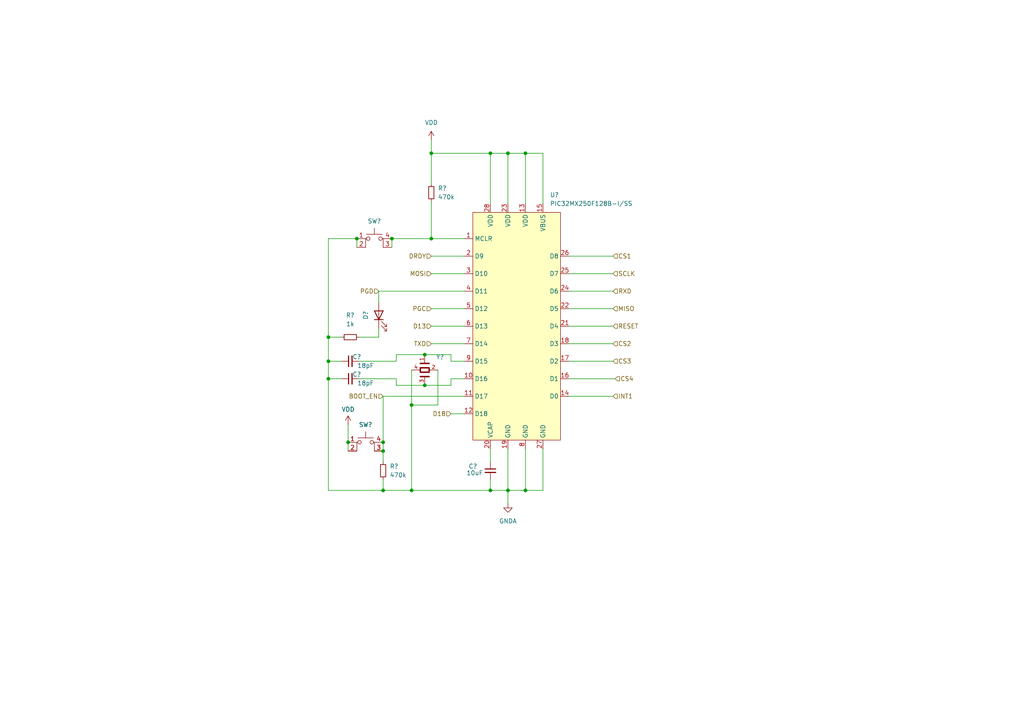
<source format=kicad_sch>
(kicad_sch (version 20211123) (generator eeschema)
  (paper "A4")
  (lib_symbols
    (symbol "Brain-4ce_MCU_Microchip_PIC32:PIC32MX250F128B-I{slash}SS"
      (property "Reference" "U" (at 22.86 2.54 0))
      (property "Value" "PIC32MX250F128B-I{slash}SS" (at 22.86 6.35 0))
      (symbol "PIC32MX250F128B-I{slash}SS_0_1"
        (rectangle (start -12.7 0) (end 12.7 -66.04) (fill (type background)))
      )
      (symbol "PIC32MX250F128B-I{slash}SS_1_1"
        (pin input line (at -15.24 -7.62 0) (length 2.54) (name "MCLR") (number "1"))
        (pin input line (at -15.24 -48.26 0) (length 2.54) (name "D16") (number "10"))
        (pin input line (at -15.24 -53.34 0) (length 2.54) (name "D17") (number "11"))
        (pin input line (at -15.24 -58.42 0) (length 2.54) (name "D18") (number "12"))
        (pin input line (at 2.54 2.54 270) (length 2.54) (name "VDD") (number "13"))
        (pin input line (at 15.24 -53.34 180) (length 2.54) (name "D0") (number "14"))
        (pin input line (at 7.62 2.54 270) (length 2.54) (name "VBUS") (number "15"))
        (pin input line (at 15.24 -48.26 180) (length 2.54) (name "D1") (number "16"))
        (pin input line (at 15.24 -43.18 180) (length 2.54) (name "D2") (number "17"))
        (pin input line (at 15.24 -38.1 180) (length 2.54) (name "D3") (number "18"))
        (pin input line (at -2.54 -68.58 90) (length 2.54) (name "GND") (number "19"))
        (pin input line (at -15.24 -12.7 0) (length 2.54) (name "D9") (number "2"))
        (pin input line (at -7.62 -68.58 90) (length 2.54) (name "VCAP") (number "20"))
        (pin input line (at 15.24 -33.02 180) (length 2.54) (name "D4") (number "21"))
        (pin input line (at 15.24 -27.94 180) (length 2.54) (name "D5") (number "22"))
        (pin input line (at -2.54 2.54 270) (length 2.54) (name "VDD") (number "23"))
        (pin input line (at 15.24 -22.86 180) (length 2.54) (name "D6") (number "24"))
        (pin input line (at 15.24 -17.78 180) (length 2.54) (name "D7") (number "25"))
        (pin input line (at 15.24 -12.7 180) (length 2.54) (name "D8") (number "26"))
        (pin input line (at 7.62 -68.58 90) (length 2.54) (name "GND") (number "27"))
        (pin input line (at -7.62 2.54 270) (length 2.54) (name "VDD") (number "28"))
        (pin input line (at -15.24 -17.78 0) (length 2.54) (name "D10") (number "3"))
        (pin input line (at -15.24 -22.86 0) (length 2.54) (name "D11") (number "4"))
        (pin input line (at -15.24 -27.94 0) (length 2.54) (name "D12") (number "5"))
        (pin input line (at -15.24 -33.02 0) (length 2.54) (name "D13") (number "6"))
        (pin input line (at -15.24 -38.1 0) (length 2.54) (name "D14") (number "7"))
        (pin input line (at 2.54 -68.58 90) (length 2.54) (name "GND") (number "8"))
        (pin input line (at -15.24 -43.18 0) (length 2.54) (name "D15") (number "9"))
      )
    )
    (symbol "Brain-4ce_Oscillator:ABMM2-8.000MHZ-E2-T" (pin_names (offset 1.016))
      (property "Reference" "Y" (at -5.08 6.35 0))
      (symbol "ABMM2-8.000MHZ-E2-T_0_0"
        (polyline (pts (xy -2.54 1.27) (xy -2.54 -1.27)) (stroke (width 0.4064)))
        (polyline (pts (xy 1.27 1.27) (xy 1.27 -1.27)) (stroke (width 0.4064)))
        (pin passive line (at -5.08 0 0) (length 2.54) (name "~") (number "1"))
        (pin power_in line (at -0.635 3.81 270) (length 2.54) (name "") (number "2"))
        (pin passive line (at 3.81 0 180) (length 2.54) (name "~") (number "3"))
        (pin power_in line (at -0.635 -3.81 90) (length 2.54) (name "") (number "4"))
      )
      (symbol "ABMM2-8.000MHZ-E2-T_1_1"
        (rectangle (start -1.27 1.27) (end 0 -1.27) (stroke (width 0.4064)))
      )
    )
    (symbol "Device:C_Small" (pin_numbers hide) (pin_names (offset 0.254) hide)
      (property "Reference" "C" (at 0.254 1.778 0))
      (property "Value" "C_Small" (at 0.254 -2.032 0))
      (symbol "C_Small_0_1"
        (polyline (pts (xy -1.524 -0.508) (xy 1.524 -0.508)) (stroke (width 0.3302)))
        (polyline (pts (xy -1.524 0.508) (xy 1.524 0.508)) (stroke (width 0.3048)))
      )
      (symbol "C_Small_1_1"
        (pin passive line (at 0 2.54 270) (length 2.032) (name "~") (number "1"))
        (pin passive line (at 0 -2.54 90) (length 2.032) (name "~") (number "2"))
      )
    )
    (symbol "Device:LED" (pin_numbers hide) (pin_names (offset 1.016) hide)
      (property "Reference" "D" (at 0 2.54 0))
      (property "Value" "LED" (at 0 -2.54 0))
      (symbol "LED_0_1"
        (polyline (pts (xy -1.27 -1.27) (xy -1.27 1.27)) (stroke (width 0.254)))
        (polyline (pts (xy -1.27 0) (xy 1.27 0)))
        (polyline (pts (xy 1.27 -1.27) (xy 1.27 1.27) (xy -1.27 0) (xy 1.27 -1.27)) (stroke (width 0.254)))
        (polyline (pts (xy -3.048 -0.762) (xy -4.572 -2.286) (xy -3.81 -2.286) (xy -4.572 -2.286) (xy -4.572 -1.524)))
        (polyline (pts (xy -1.778 -0.762) (xy -3.302 -2.286) (xy -2.54 -2.286) (xy -3.302 -2.286) (xy -3.302 -1.524)))
      )
      (symbol "LED_1_1"
        (pin passive line (at -3.81 0 0) (length 2.54) (name "K") (number "1"))
        (pin passive line (at 3.81 0 180) (length 2.54) (name "A") (number "2"))
      )
    )
    (symbol "Device:R_Small" (pin_numbers hide) (pin_names (offset 0.254) hide)
      (property "Reference" "R" (at 0.762 0.508 0))
      (property "Value" "R_Small" (at 0.762 -1.016 0))
      (symbol "R_Small_0_1"
        (rectangle (start -0.762 1.778) (end 0.762 -1.778) (stroke (width 0.2032)))
      )
      (symbol "R_Small_1_1"
        (pin passive line (at 0 2.54 270) (length 0.762) (name "~") (number "1"))
        (pin passive line (at 0 -2.54 90) (length 0.762) (name "~") (number "2"))
      )
    )
    (symbol "Switch:SW_MEC_5E" (pin_names (offset 1.016) hide)
      (property "Reference" "SW" (at 0.635 5.715 0))
      (property "Value" "SW_MEC_5E" (at 0 -3.175 0))
      (symbol "SW_MEC_5E_0_1"
        (circle (center -1.778 2.54) (radius 0.508))
        (polyline (pts (xy -2.286 3.81) (xy 2.286 3.81)))
        (polyline (pts (xy 0 3.81) (xy 0 5.588)))
        (polyline (pts (xy -2.54 0) (xy -2.54 2.54) (xy -2.286 2.54)))
        (polyline (pts (xy 2.54 0) (xy 2.54 2.54) (xy 2.286 2.54)))
        (circle (center 1.778 2.54) (radius 0.508))
        (pin passive line (at -5.08 2.54 0) (length 2.54) (name "1") (number "1"))
        (pin passive line (at -5.08 0 0) (length 2.54) (name "2") (number "2"))
        (pin passive line (at 5.08 0 180) (length 2.54) (name "K") (number "3"))
        (pin passive line (at 5.08 2.54 180) (length 2.54) (name "A") (number "4"))
      )
    )
    (symbol "power:GNDA" (power) (pin_names (offset 0))
      (property "Value" "GNDA" (at 0 -3.81 0))
      (symbol "GNDA_0_1"
        (polyline (pts (xy 0 0) (xy 0 -1.27) (xy 1.27 -1.27) (xy 0 -2.54) (xy -1.27 -1.27) (xy 0 -1.27)))
      )
      (symbol "GNDA_1_1"
        (pin power_in line (at 0 0 270) (length 0) hide (name "GNDA") (number "1"))
      )
    )
    (symbol "power:VDD" (power) (pin_names (offset 0))
      (property "Value" "VDD" (at 0 3.81 0))
      (symbol "VDD_0_1"
        (polyline (pts (xy -0.762 1.27) (xy 0 2.54)))
        (polyline (pts (xy 0 0) (xy 0 2.54)))
        (polyline (pts (xy 0 2.54) (xy 0.762 1.27)))
      )
      (symbol "VDD_1_1"
        (pin power_in line (at 0 0 90) (length 0) hide (name "VDD") (number "1"))
      )
    )
  )
  (junction (at 152.4 142.24))
  (junction (at 95.25 109.855))
  (junction (at 152.4 44.45))
  (junction (at 123.19 102.87))
  (junction (at 111.125 128.27))
  (junction (at 142.24 44.45))
  (junction (at 147.32 142.24))
  (junction (at 147.32 44.45))
  (junction (at 119.38 142.24))
  (junction (at 125.095 44.45))
  (junction (at 125.095 69.215))
  (junction (at 100.965 128.27))
  (junction (at 123.19 111.76))
  (junction (at 142.24 142.24))
  (junction (at 103.505 69.215))
  (junction (at 119.38 117.475))
  (junction (at 111.125 130.81))
  (junction (at 113.665 69.215))
  (junction (at 95.25 97.79))
  (junction (at 95.25 104.775))
  (junction (at 111.125 142.24))
  (wire (pts (xy 130.81 109.855) (xy 130.81 111.76)))
  (wire (pts (xy 165.1 99.695) (xy 177.8 99.695)))
  (wire (pts (xy 125.095 44.45) (xy 125.095 53.34)))
  (wire (pts (xy 142.24 139.065) (xy 142.24 142.24)))
  (wire (pts (xy 119.38 107.315) (xy 119.38 117.475)))
  (wire (pts (xy 114.935 102.87) (xy 123.19 102.87)))
  (wire (pts (xy 103.505 69.215) (xy 95.25 69.215)))
  (wire (pts (xy 165.1 94.615) (xy 177.8 94.615)))
  (wire (pts (xy 130.81 109.855) (xy 134.62 109.855)))
  (wire (pts (xy 111.125 139.065) (xy 111.125 142.24)))
  (wire (pts (xy 109.855 84.455) (xy 134.62 84.455)))
  (wire (pts (xy 100.965 128.27) (xy 100.965 130.81)))
  (wire (pts (xy 152.4 44.45) (xy 152.4 59.055)))
  (wire (pts (xy 165.1 104.775) (xy 177.8 104.775)))
  (wire (pts (xy 130.81 120.015) (xy 134.62 120.015)))
  (wire (pts (xy 157.48 142.24) (xy 152.4 142.24)))
  (wire (pts (xy 125.095 58.42) (xy 125.095 69.215)))
  (wire (pts (xy 95.25 104.775) (xy 99.06 104.775)))
  (wire (pts (xy 157.48 59.055) (xy 157.48 44.45)))
  (wire (pts (xy 125.095 74.295) (xy 134.62 74.295)))
  (wire (pts (xy 111.125 142.24) (xy 119.38 142.24)))
  (wire (pts (xy 165.1 109.855) (xy 178.435 109.855)))
  (wire (pts (xy 109.855 97.79) (xy 109.855 95.25)))
  (wire (pts (xy 152.4 44.45) (xy 147.32 44.45)))
  (wire (pts (xy 152.4 130.175) (xy 152.4 142.24)))
  (wire (pts (xy 109.855 87.63) (xy 109.855 84.455)))
  (wire (pts (xy 165.1 74.295) (xy 177.8 74.295)))
  (wire (pts (xy 100.965 123.19) (xy 100.965 128.27)))
  (wire (pts (xy 157.48 130.175) (xy 157.48 142.24)))
  (wire (pts (xy 125.095 40.64) (xy 125.095 44.45)))
  (wire (pts (xy 103.505 69.215) (xy 103.505 71.755)))
  (wire (pts (xy 95.25 97.79) (xy 99.06 97.79)))
  (wire (pts (xy 111.125 130.81) (xy 111.125 133.985)))
  (wire (pts (xy 157.48 44.45) (xy 152.4 44.45)))
  (wire (pts (xy 111.125 128.27) (xy 111.125 130.81)))
  (wire (pts (xy 130.81 102.87) (xy 130.81 104.775)))
  (wire (pts (xy 119.38 117.475) (xy 119.38 142.24)))
  (wire (pts (xy 147.32 142.24) (xy 147.32 146.05)))
  (wire (pts (xy 125.095 94.615) (xy 134.62 94.615)))
  (wire (pts (xy 165.1 114.935) (xy 177.8 114.935)))
  (wire (pts (xy 142.24 44.45) (xy 142.24 59.055)))
  (wire (pts (xy 127 117.475) (xy 127 107.315)))
  (wire (pts (xy 125.095 89.535) (xy 134.62 89.535)))
  (wire (pts (xy 123.19 102.87) (xy 130.81 102.87)))
  (wire (pts (xy 114.935 111.76) (xy 123.19 111.76)))
  (wire (pts (xy 134.62 114.935) (xy 111.125 114.935)))
  (wire (pts (xy 147.32 44.45) (xy 147.32 59.055)))
  (wire (pts (xy 111.125 142.24) (xy 95.25 142.24)))
  (wire (pts (xy 119.38 142.24) (xy 142.24 142.24)))
  (wire (pts (xy 104.14 109.855) (xy 114.935 109.855)))
  (wire (pts (xy 113.665 69.215) (xy 113.665 71.755)))
  (wire (pts (xy 152.4 142.24) (xy 147.32 142.24)))
  (wire (pts (xy 114.935 111.76) (xy 114.935 109.855)))
  (wire (pts (xy 104.14 97.79) (xy 109.855 97.79)))
  (wire (pts (xy 130.81 104.775) (xy 134.62 104.775)))
  (wire (pts (xy 147.32 130.175) (xy 147.32 142.24)))
  (wire (pts (xy 134.62 69.215) (xy 125.095 69.215)))
  (wire (pts (xy 165.1 79.375) (xy 177.8 79.375)))
  (wire (pts (xy 142.24 142.24) (xy 147.32 142.24)))
  (wire (pts (xy 119.38 117.475) (xy 127 117.475)))
  (wire (pts (xy 114.935 102.87) (xy 114.935 104.775)))
  (wire (pts (xy 130.81 111.76) (xy 123.19 111.76)))
  (wire (pts (xy 165.1 84.455) (xy 177.8 84.455)))
  (wire (pts (xy 111.125 114.935) (xy 111.125 128.27)))
  (wire (pts (xy 95.25 69.215) (xy 95.25 97.79)))
  (wire (pts (xy 95.25 109.855) (xy 95.25 104.775)))
  (wire (pts (xy 95.25 104.775) (xy 95.25 97.79)))
  (wire (pts (xy 125.095 99.695) (xy 134.62 99.695)))
  (wire (pts (xy 104.14 104.775) (xy 114.935 104.775)))
  (wire (pts (xy 142.24 130.175) (xy 142.24 133.985)))
  (wire (pts (xy 142.24 44.45) (xy 125.095 44.45)))
  (wire (pts (xy 95.25 142.24) (xy 95.25 109.855)))
  (wire (pts (xy 99.06 109.855) (xy 95.25 109.855)))
  (wire (pts (xy 125.095 79.375) (xy 134.62 79.375)))
  (wire (pts (xy 125.095 69.215) (xy 113.665 69.215)))
  (wire (pts (xy 165.1 89.535) (xy 177.8 89.535)))
  (wire (pts (xy 147.32 44.45) (xy 142.24 44.45)))
  (hierarchical_label "CS1" (shape input) (at 177.8 74.295 0))
  (hierarchical_label "SCLK" (shape input) (at 177.8 79.375 0))
  (hierarchical_label "MOSI" (shape input) (at 125.095 79.375 180))
  (hierarchical_label "BOOT_EN" (shape input) (at 111.125 114.935 180))
  (hierarchical_label "RXD" (shape input) (at 177.8 84.455 0))
  (hierarchical_label "PGC" (shape input) (at 125.095 89.535 180))
  (hierarchical_label "CS3" (shape input) (at 177.8 104.775 0))
  (hierarchical_label "D18" (shape input) (at 130.81 120.015 180))
  (hierarchical_label "RESET" (shape input) (at 177.8 94.615 0))
  (hierarchical_label "MISO" (shape input) (at 177.8 89.535 0))
  (hierarchical_label "DRDY" (shape input) (at 125.095 74.295 180))
  (hierarchical_label "INT1" (shape input) (at 177.8 114.935 0))
  (hierarchical_label "D13" (shape input) (at 125.095 94.615 180))
  (hierarchical_label "TXD" (shape input) (at 125.095 99.695 180))
  (hierarchical_label "CS4" (shape input) (at 178.435 109.855 0))
  (hierarchical_label "CS2" (shape input) (at 177.8 99.695 0))
  (hierarchical_label "PGD" (shape input) (at 109.855 84.455 180))
  (symbol (lib_id "power:GNDA") (at 147.32 146.05 0) (unit 1)
    (property "Reference" "#PWR?" (effects hide))
    (property "Value" "GNDA" (at 147.32 151.13 0))
  )
  (symbol (lib_id "Brain-4ce_MCU_Microchip_PIC32:PIC32MX250F128B-I{slash}SS") (at 149.86 61.595 0) (unit 1)
    (property "Reference" "U?" (at 159.4994 56.515 0) (effects (justify left)))
    (property "Value" "PIC32MX250F128B-I/SS" (at 159.4994 59.055 0) (effects (justify left)))
    (property "Footprint" "Package_SO:SSOP-28_5.3x10.2mm_P0.65mm" (effects hide))
    (property "Datasheet" "https://ww1.microchip.com/downloads/aemDocuments/documents/MCU32/ProductDocuments/DataSheets/PIC32MX1XX2XX283644-PIN_Datasheet_DS60001168L.pdf" (effects hide))
  )
  (symbol (lib_id "Device:LED") (at 109.855 91.44 90) (unit 1)
    (property "Reference" "D?" (at 106.045 91.44 0))
    (property "Value" "LED" (effects hide))
  )
  (symbol (lib_id "Switch:SW_MEC_5E") (at 108.585 71.755 0) (unit 1)
    (property "Reference" "SW?" (at 108.585 64.135 0))
    (property "Value" "SW_MEC_5E" (effects hide))
    (property "Datasheet" "http://www.apem.com/int/index.php?controller=attachment&id_attachment=1371" (effects hide))
  )
  (symbol (lib_id "power:VDD") (at 100.965 123.19 0) (unit 1)
    (property "Reference" "#PWR?" (effects hide))
    (property "Value" "VDD" (at 100.965 118.745 0))
  )
  (symbol (lib_id "Device:C_Small") (at 101.6 104.775 90) (unit 1)
    (property "Reference" "C?" (at 103.505 103.505 90))
    (property "Value" "18pF" (at 106.045 106.045 90))
  )
  (symbol (lib_id "power:VDD") (at 125.095 40.64 0) (unit 1)
    (property "Reference" "#PWR?" (effects hide))
    (property "Value" "VDD" (at 125.095 35.56 0))
  )
  (symbol (lib_id "Switch:SW_MEC_5E") (at 106.045 130.81 0) (unit 1)
    (property "Reference" "SW?" (at 106.045 123.19 0))
    (property "Value" "SW_MEC_5E" (effects hide))
    (property "Datasheet" "http://www.apem.com/int/index.php?controller=attachment&id_attachment=1371" (effects hide))
  )
  (symbol (lib_id "Device:R_Small") (at 111.125 136.525 0) (unit 1)
    (property "Reference" "R?" (at 113.03 135.2549 0) (effects (justify left)))
    (property "Value" "470k" (at 113.03 137.7949 0) (effects (justify left)))
  )
  (symbol (lib_id "Device:R_Small") (at 125.095 55.88 0) (unit 1)
    (property "Reference" "R?" (at 127 54.6099 0) (effects (justify left)))
    (property "Value" "470k" (at 127 57.1499 0) (effects (justify left)))
  )
  (symbol (lib_id "Brain-4ce_Oscillator:ABMM2-8.000MHZ-E2-T") (at 123.19 107.95 270) (unit 1)
    (property "Reference" "Y?" (at 127.635 103.5556 90))
    (property "Value" "ABMM2-8.000MHZ-E2-T" (effects hide))
    (property "Footprint" "XTAL_ABMM2-8.000MHZ-E2-T" (effects hide))
    (property "STANDARD" "Manufacturer Recommendations" (effects hide))
    (property "PARTREV" "01.18.13" (effects hide))
    (property "MANUFACTURER" "Abracon" (effects hide))
    (property "MAXIMUM_PACKAGE_HEIGHT" "1.2 mm" (effects hide))
  )
  (symbol (lib_id "Device:C_Small") (at 101.6 109.855 90) (unit 1)
    (property "Reference" "C?" (at 103.505 108.585 90))
    (property "Value" "18pF" (at 106.045 111.125 90))
  )
  (symbol (lib_id "Device:R_Small") (at 101.6 97.79 90) (unit 1)
    (property "Reference" "R?" (at 101.6 91.44 90))
    (property "Value" "1k" (at 101.6 93.98 90))
  )
  (symbol (lib_id "Device:C_Small") (at 142.24 136.525 0) (unit 1)
    (property "Reference" "C?" (at 135.89 135.255 0) (effects (justify left)))
    (property "Value" "10uF" (at 135.255 137.16 0) (effects (justify left)))
  )
)
</source>
